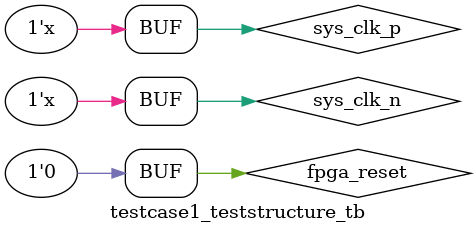
<source format=v>
`timescale 1ns / 1ps


module testcase1_teststructure_tb();
reg sys_clk_p;
reg sys_clk_n;
reg fpga_reset;

wire sys_clk;


testcase1_teststructure tb1_uut(
.sys_clk_p(sys_clk_p),
.sys_clk_n(sys_clk_n),
.fpga_reset(fpga_reset),
.sys_clk(sys_clk)

);


initial sys_clk_p = 1'b1;
always #(2.5) sys_clk_p = ~sys_clk_p;

initial sys_clk_n = 1'b0;
always #(2.5) sys_clk_n = ~sys_clk_n;

initial begin
fpga_reset = 1'b0;
#5;
fpga_reset = 1'b1;
#5;
fpga_reset = 1'b0;
end


endmodule

</source>
